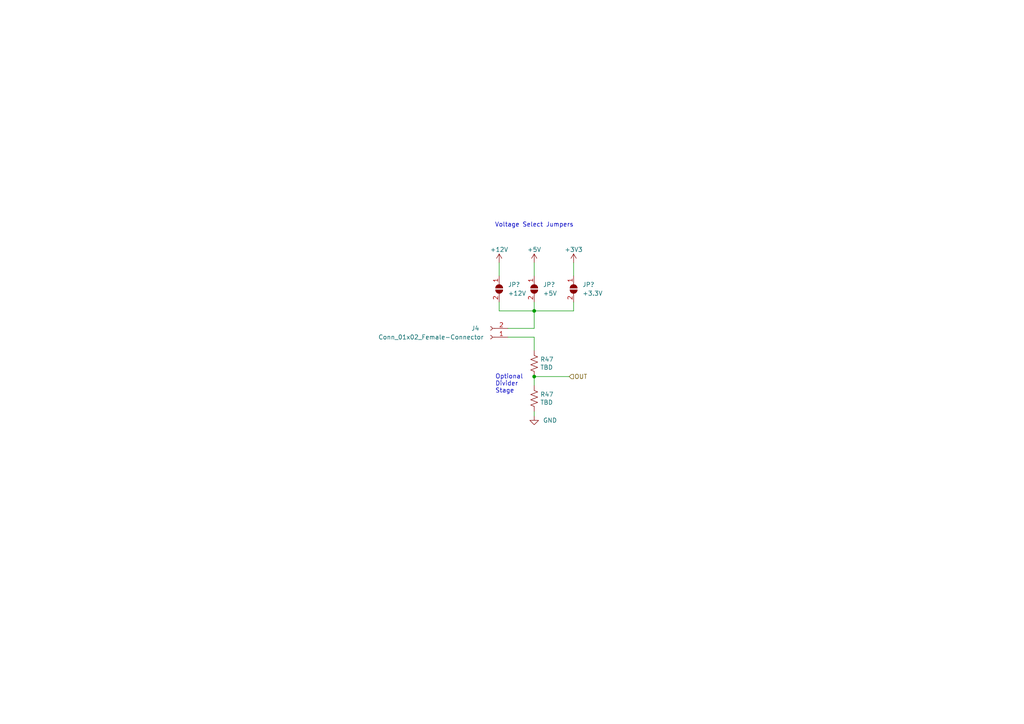
<source format=kicad_sch>
(kicad_sch (version 20230121) (generator eeschema)
  (paper "A4")
  (lib_symbols
    (symbol "Connector:Conn_01x02_Female" (pin_names (offset 1.016) hide)
      (property "Reference" "J" (at 0 2.54 0))
      (property "Value" "Conn_01x02_Female" (at 0 -5.08 0))
      (symbol "Conn_01x02_Female_1_1"
        (arc (start 0 -2.032) (mid -0.5058 -2.54) (end 0 -3.048) (stroke (width 0.1524)))
        (polyline (pts (xy -1.27 -2.54) (xy -0.508 -2.54)) (stroke (width 0.1524)))
        (polyline (pts (xy -1.27 0) (xy -0.508 0)) (stroke (width 0.1524)))
        (arc (start 0 0.508) (mid -0.5058 0) (end 0 -0.508) (stroke (width 0.1524)))
        (pin passive line (at -5.08 0 0) (length 3.81) (name "Pin_1") (number "1"))
        (pin passive line (at -5.08 -2.54 0) (length 3.81) (name "Pin_2") (number "2"))
      )
    )
    (symbol "Device:R_US" (pin_numbers hide) (pin_names (offset 0))
      (property "Reference" "R" (at 2.54 0 90))
      (property "Value" "R_US" (at -2.54 0 90))
      (symbol "R_US_0_1"
        (polyline (pts (xy 0 -2.286) (xy 0 -2.54)))
        (polyline (pts (xy 0 2.286) (xy 0 2.54)))
        (polyline (pts (xy 0 -0.762) (xy 1.016 -1.143) (xy 0 -1.524) (xy -1.016 -1.905) (xy 0 -2.286)))
        (polyline (pts (xy 0 0.762) (xy 1.016 0.381) (xy 0 0) (xy -1.016 -0.381) (xy 0 -0.762)))
        (polyline (pts (xy 0 2.286) (xy 1.016 1.905) (xy 0 1.524) (xy -1.016 1.143) (xy 0 0.762)))
      )
      (symbol "R_US_1_1"
        (pin passive line (at 0 3.81 270) (length 1.27) (name "~") (number "1"))
        (pin passive line (at 0 -3.81 90) (length 1.27) (name "~") (number "2"))
      )
    )
    (symbol "Jumper:SolderJumper_2_Open" (pin_names (offset 0) hide)
      (property "Reference" "JP" (at 0 2.032 0))
      (property "Value" "SolderJumper_2_Open" (at 0 -2.54 0))
      (symbol "SolderJumper_2_Open_0_1"
        (arc (start -0.254 1.016) (mid -1.2656 0) (end -0.254 -1.016))
        (arc (start -0.254 1.016) (mid -1.2656 0) (end -0.254 -1.016) (fill (type outline)))
        (polyline (pts (xy -0.254 1.016) (xy -0.254 -1.016)))
        (polyline (pts (xy 0.254 1.016) (xy 0.254 -1.016)))
        (arc (start 0.254 -1.016) (mid 1.2656 0) (end 0.254 1.016))
        (arc (start 0.254 -1.016) (mid 1.2656 0) (end 0.254 1.016) (fill (type outline)))
      )
      (symbol "SolderJumper_2_Open_1_1"
        (pin passive line (at -3.81 0 0) (length 2.54) (name "A") (number "1"))
        (pin passive line (at 3.81 0 180) (length 2.54) (name "B") (number "2"))
      )
    )
    (symbol "power:+12V" (power) (pin_names (offset 0))
      (property "Value" "+12V" (at 0 3.556 0))
      (symbol "+12V_0_1"
        (polyline (pts (xy -0.762 1.27) (xy 0 2.54)))
        (polyline (pts (xy 0 0) (xy 0 2.54)))
        (polyline (pts (xy 0 2.54) (xy 0.762 1.27)))
      )
      (symbol "+12V_1_1"
        (pin power_in line (at 0 0 90) (length 0) hide (name "+12V") (number "1"))
      )
    )
    (symbol "power:+3.3V" (power) (pin_names (offset 0))
      (property "Value" "+3.3V" (at 0 3.556 0))
      (symbol "+3.3V_0_1"
        (polyline (pts (xy -0.762 1.27) (xy 0 2.54)))
        (polyline (pts (xy 0 0) (xy 0 2.54)))
        (polyline (pts (xy 0 2.54) (xy 0.762 1.27)))
      )
      (symbol "+3.3V_1_1"
        (pin power_in line (at 0 0 90) (length 0) hide (name "+3V3") (number "1"))
      )
    )
    (symbol "power:+5V" (power) (pin_names (offset 0))
      (property "Value" "+5V" (at 0 3.556 0))
      (symbol "+5V_0_1"
        (polyline (pts (xy -0.762 1.27) (xy 0 2.54)))
        (polyline (pts (xy 0 0) (xy 0 2.54)))
        (polyline (pts (xy 0 2.54) (xy 0.762 1.27)))
      )
      (symbol "+5V_1_1"
        (pin power_in line (at 0 0 90) (length 0) hide (name "+5V") (number "1"))
      )
    )
    (symbol "power:GND" (power) (pin_names (offset 0))
      (property "Value" "GND" (at 0 -3.81 0))
      (symbol "GND_0_1"
        (polyline (pts (xy 0 0) (xy 0 -1.27) (xy 1.27 -1.27) (xy 0 -2.54) (xy -1.27 -1.27) (xy 0 -1.27)))
      )
      (symbol "GND_1_1"
        (pin power_in line (at 0 0 270) (length 0) hide (name "GND") (number "1"))
      )
    )
  )
  (junction (at 154.94 109.22))
  (junction (at 154.94 90.17))
  (wire (pts (xy 154.94 76.2) (xy 154.94 80.01)))
  (wire (pts (xy 166.37 87.63) (xy 166.37 90.17)))
  (wire (pts (xy 154.94 109.22) (xy 165.1 109.22)))
  (wire (pts (xy 154.94 109.22) (xy 154.94 111.76)))
  (wire (pts (xy 166.37 90.17) (xy 154.94 90.17)))
  (wire (pts (xy 154.94 97.79) (xy 154.94 101.6)))
  (wire (pts (xy 154.94 90.17) (xy 154.94 95.25)))
  (wire (pts (xy 166.37 80.01) (xy 166.37 76.2)))
  (wire (pts (xy 147.32 95.25) (xy 154.94 95.25)))
  (wire (pts (xy 147.32 97.79) (xy 154.94 97.79)))
  (wire (pts (xy 144.78 90.17) (xy 154.94 90.17)))
  (wire (pts (xy 144.78 87.63) (xy 144.78 90.17)))
  (wire (pts (xy 154.94 90.17) (xy 154.94 87.63)))
  (wire (pts (xy 154.94 119.38) (xy 154.94 120.65)))
  (wire (pts (xy 144.78 76.2) (xy 144.78 80.01)))
  (text "Voltage Select Jumpers" (at 143.51 66.04 0) (effects (font (size 1.27 1.27)) (justify left bottom)))
  (text "Optional\nDivider \nStage" (at 143.637 114.173 0) (effects (font (size 1.27 1.27)) (justify left bottom)))
  (hierarchical_label "OUT" (shape input) (at 165.1 109.22 0))
  (symbol (lib_id "Device:R_US") (at 154.94 105.41 0) (unit 1)
    (property "Reference" "R47" (at 156.6672 104.2416 0) (effects (justify left)))
    (property "Value" "TBD" (at 156.6672 106.553 0) (effects (justify left)))
    (property "Footprint" "Resistor_SMD:R_0805_2012Metric_Pad1.20x1.40mm_HandSolder" (effects hide))
    (instances (project "PropulsionBoard" (path "" (reference "R47") (unit 1)) (path "" (reference "R23") (unit 1)) (path "" (reference "R25") (unit 1))) (project "actuator" (path "" (reference "R9") (unit 1))))
  )
  (symbol (lib_id "Device:R_US") (at 154.94 115.57 0) (unit 1)
    (property "Reference" "R47" (at 156.6672 114.4016 0) (effects (justify left)))
    (property "Value" "TBD" (at 156.6672 116.713 0) (effects (justify left)))
    (property "Footprint" "Resistor_SMD:R_0805_2012Metric_Pad1.20x1.40mm_HandSolder" (effects hide))
    (instances (project "PropulsionBoard" (path "" (reference "R47") (unit 1)) (path "" (reference "R24") (unit 1)) (path "" (reference "R26") (unit 1))) (project "actuator" (path "" (reference "R9") (unit 1))))
  )
  (symbol (lib_id "power:+5V") (at 154.94 76.2 0) (unit 1)
    (property "Reference" "#PWR039" (effects hide))
    (property "Value" "+5V" (at 154.94 72.39 0))
    (instances (project "Propulsion Board" (path "" (reference "#PWR039") (unit 1)) (path "" (reference "#PWR055") (unit 1))) (project "PropulsionBoard" (path "" (reference "#PWR031") (unit 1)) (path "" (reference "#PWR?") (unit 1)) (path "" (reference "#PWR078") (unit 1)) (path "" (reference "#PWR060") (unit 1)) (path "" (reference "#PWR064") (unit 1))) (project "sensors" (path "" (reference "#PWR034") (unit 1))))
  )
  (symbol (lib_id "Jumper:SolderJumper_2_Open") (at 144.78 83.82 270) (unit 1)
    (property "Reference" "JP?" (at 147.32 82.55 90) (effects (justify left)))
    (property "Value" "+12V" (at 147.32 85.09 90) (effects (justify left)))
    (property "Footprint" "Jumper:SolderJumper-2_P1.3mm_Open_Pad1.0x1.5mm" (effects hide))
    (instances (project "PropulsionBoard" (path "" (reference "JP?") (unit 1)) (path "" (reference "JP19") (unit 1)) (path "" (reference "JP10") (unit 1)) (path "" (reference "JP13") (unit 1))))
  )
  (symbol (lib_id "Jumper:SolderJumper_2_Open") (at 154.94 83.82 270) (unit 1)
    (property "Reference" "JP?" (at 157.48 82.55 90) (effects (justify left)))
    (property "Value" "+5V" (at 157.48 85.09 90) (effects (justify left)))
    (property "Footprint" "Jumper:SolderJumper-2_P1.3mm_Open_Pad1.0x1.5mm" (effects hide))
    (instances (project "PropulsionBoard" (path "" (reference "JP?") (unit 1)) (path "" (reference "JP20") (unit 1)) (path "" (reference "JP11") (unit 1)) (path "" (reference "JP14") (unit 1))))
  )
  (symbol (lib_id "power:GND") (at 154.94 120.65 0) (mirror y) (unit 1)
    (property "Reference" "#PWR025" (effects hide))
    (property "Value" "GND" (at 157.48 121.9199 0) (effects (justify right)))
    (instances (project "Propulsion Board" (path "" (reference "#PWR025") (unit 1))) (project "PropulsionBoard" (path "" (reference "#PWR?") (unit 1)) (path "" (reference "#PWR077") (unit 1)) (path "" (reference "#PWR061") (unit 1)) (path "" (reference "#PWR065") (unit 1))) (project "sensors" (path "" (reference "#PWR033") (unit 1))))
  )
  (symbol (lib_id "power:+3.3V") (at 166.37 76.2 0) (mirror y) (unit 1)
    (property "Reference" "#PWR024" (effects hide))
    (property "Value" "+3.3V" (at 166.37 72.39 0))
    (instances (project "Propulsion Board" (path "" (reference "#PWR024") (unit 1))) (project "PropulsionBoard" (path "" (reference "#PWR?") (unit 1)) (path "" (reference "#PWR076") (unit 1)) (path "" (reference "#PWR062") (unit 1)) (path "" (reference "#PWR066") (unit 1))) (project "sensors" (path "" (reference "#PWR032") (unit 1))))
  )
  (symbol (lib_id "power:+12V") (at 144.78 76.2 0) (unit 1)
    (property "Reference" "#PWR?" (effects hide))
    (property "Value" "+12V" (at 144.78 72.39 0))
    (instances (project "PropulsionBoard" (path "" (reference "#PWR?") (unit 1)) (path "" (reference "#PWR075") (unit 1)) (path "" (reference "#PWR059") (unit 1)) (path "" (reference "#PWR063") (unit 1))))
  )
  (symbol (lib_id "Jumper:SolderJumper_2_Open") (at 166.37 83.82 270) (unit 1)
    (property "Reference" "JP?" (at 168.91 82.55 90) (effects (justify left)))
    (property "Value" "+3.3V" (at 168.91 85.09 90) (effects (justify left)))
    (property "Footprint" "Jumper:SolderJumper-2_P1.3mm_Open_Pad1.0x1.5mm" (effects hide))
    (instances (project "PropulsionBoard" (path "" (reference "JP?") (unit 1)) (path "" (reference "JP21") (unit 1)) (path "" (reference "JP12") (unit 1)) (path "" (reference "JP15") (unit 1))))
  )
  (symbol (lib_id "Connector:Conn_01x02_Female") (at 142.24 97.79 180) (unit 1)
    (property "Reference" "J4" (at 139.065 95.25 0) (effects (justify left)))
    (property "Value" "Conn_01x02_Female-Connector" (at 140.335 97.79 0) (effects (justify left)))
    (property "Footprint" "Connector_JST:JST_PH_S2B-PH-K_1x02_P2.00mm_Horizontal" (effects hide))
    (instances (project "Propulsion Board" (path "" (reference "J4") (unit 1))) (project "PropulsionBoard" (path "" (reference "J7") (unit 1)) (path "" (reference "J7") (unit 1)) (path "" (reference "J8") (unit 1))) (project "sensors" (path "" (reference "J5") (unit 1))))
  )
)
</source>
